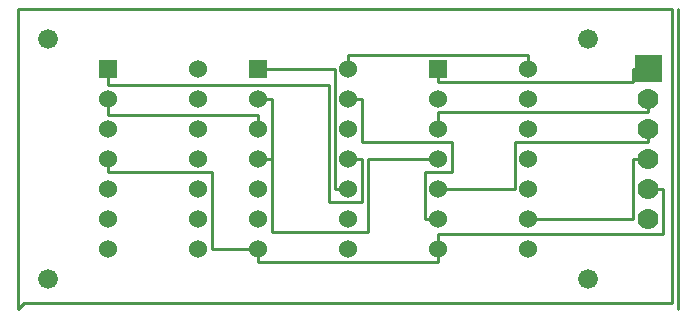
<source format=gbr>
G04 start of page 2 for group 0 idx 0 *
G04 Title: (unknown), top *
G04 Creator: pcb 20140316 *
G04 CreationDate: Mon 05 Jul 2021 10:39:17 PM GMT UTC *
G04 For: steve *
G04 Format: Gerber/RS-274X *
G04 PCB-Dimensions (mil): 2200.00 1000.00 *
G04 PCB-Coordinate-Origin: lower left *
%MOIN*%
%FSLAX25Y25*%
%LNTOP*%
%ADD18C,0.0380*%
%ADD17C,0.0280*%
%ADD16C,0.0300*%
%ADD15C,0.0660*%
%ADD14C,0.0700*%
%ADD13C,0.0600*%
%ADD12C,0.0001*%
%ADD11C,0.0100*%
G54D11*X0Y0D02*Y100000D01*
Y0D02*X2000Y2000D01*
X0Y100000D02*X218000D01*
X170000Y84500D02*X110000D01*
Y80000D01*
X140000Y80000D02*Y75500D01*
X205000Y80000D02*Y75500D01*
X210000Y80000D02*X205000D01*
X210000Y65500D02*X140000D01*
X30000Y80000D02*Y74500D01*
X103500Y74500D02*X30000D01*
X205000Y75500D02*X140000D01*
X105500Y80000D02*X80000D01*
X220000Y100000D02*Y0D01*
X218000Y100000D02*Y2000D01*
X215000Y40000D02*Y25000D01*
X210000Y70000D02*Y65500D01*
X215000Y40000D02*X210000D01*
X205000Y50000D02*Y30000D01*
X210000Y50000D02*X205000D01*
X210000Y55500D02*X165500D01*
X210000Y60000D02*Y55500D01*
X170000Y84500D02*Y80000D01*
X205000Y30000D02*X170000D01*
X2000Y2000D02*X218000D01*
X140000Y25000D02*Y20000D01*
Y20000D02*Y15500D01*
X215000Y25000D02*X140000D01*
X80000Y20000D02*X64500D01*
X140000Y15500D02*X80000D01*
Y20000D02*Y15500D01*
X140000Y30000D02*X135500D01*
X116500Y25500D02*X84500D01*
X64500Y45500D02*Y20000D01*
X80000Y64500D02*Y60000D01*
X64500Y45500D02*X30000D01*
Y50000D02*Y45500D01*
Y70000D02*Y64500D01*
X80000Y64500D02*X30000D01*
X84500Y70000D02*Y37750D01*
X84500Y70000D02*X80000D01*
X84500Y50000D02*Y25500D01*
X84500Y50000D02*X80000D01*
X103500Y74500D02*Y35500D01*
X105500Y80000D02*Y40000D01*
X114500Y70000D02*Y55500D01*
X135500Y45500D02*Y30000D01*
X140000Y65500D02*Y60000D01*
X144500Y45500D02*X135500D01*
X165500Y40000D02*X140000D01*
X165500Y55500D02*Y40000D01*
X144500Y55500D02*Y45500D01*
X144500Y55500D02*X114500D01*
X140000Y50000D02*X116500D01*
X114500Y35500D02*X103500D01*
X114500Y50000D02*Y35500D01*
X114500Y50000D02*X110000D01*
X110000Y40000D02*X105500D01*
X116500Y50000D02*Y25500D01*
X114500Y70000D02*X110000D01*
G54D12*G36*
X137000Y83000D02*Y77000D01*
X143000D01*
Y83000D01*
X137000D01*
G37*
G54D13*X140000Y70000D03*
Y60000D03*
Y50000D03*
G54D12*G36*
X205500Y84500D02*Y75500D01*
X214500D01*
Y84500D01*
X205500D01*
G37*
G54D14*X210000Y70000D03*
Y60000D03*
Y50000D03*
Y40000D03*
Y30000D03*
G54D13*X140000Y40000D03*
Y30000D03*
Y20000D03*
X170000D03*
Y30000D03*
Y40000D03*
Y50000D03*
Y60000D03*
Y70000D03*
Y80000D03*
G54D12*G36*
X27000Y83000D02*Y77000D01*
X33000D01*
Y83000D01*
X27000D01*
G37*
G54D13*X30000Y70000D03*
Y60000D03*
Y50000D03*
X60000Y60000D03*
X80000D03*
X60000Y70000D03*
Y80000D03*
G54D12*G36*
X77000Y83000D02*Y77000D01*
X83000D01*
Y83000D01*
X77000D01*
G37*
G54D13*X80000Y70000D03*
X30000Y40000D03*
Y30000D03*
Y20000D03*
X60000D03*
Y30000D03*
Y40000D03*
Y50000D03*
X80000D03*
Y40000D03*
Y30000D03*
Y20000D03*
X110000D03*
Y30000D03*
Y40000D03*
Y50000D03*
Y60000D03*
Y70000D03*
Y80000D03*
G54D15*X190000Y90000D03*
Y10000D03*
X10000D03*
Y90000D03*
G54D16*G54D17*G54D18*G54D17*M02*

</source>
